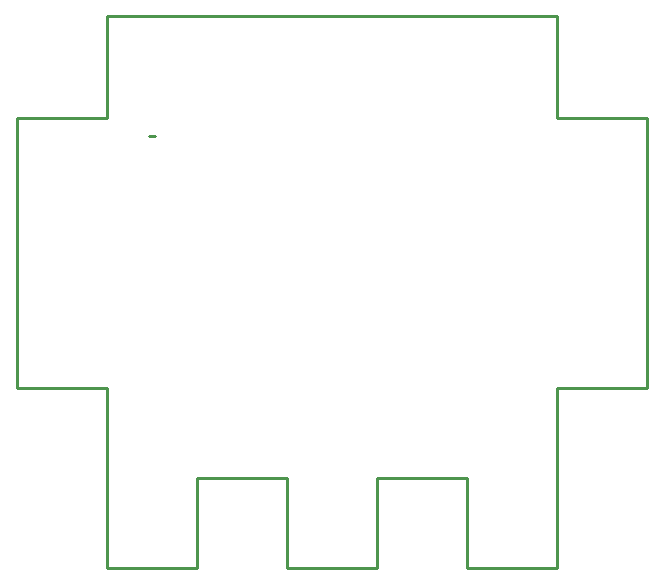
<source format=gbr>
G04 start of page 4 for group 6 idx 6 *
G04 Title: (unknown), outline *
G04 Creator: pcb 20110918 *
G04 CreationDate: mer. 09 avril 2014 15:18:50 GMT UTC *
G04 For: virtualabs *
G04 Format: Gerber/RS-274X *
G04 PCB-Dimensions: 600000 500000 *
G04 PCB-Coordinate-Origin: lower left *
%MOIN*%
%FSLAX25Y25*%
%LNOUTLINE*%
%ADD56C,0.0100*%
G54D56*X160000Y454000D02*X310000D01*
X160000Y420000D02*Y454000D01*
X174000Y414000D02*X176000D01*
X160000Y330000D02*X130000D01*
Y420000D02*X160000D01*
X130000Y330000D02*Y420000D01*
X310000Y454000D02*Y420000D01*
X340000D01*
Y330000D01*
X310000D01*
Y270000D01*
X280000D01*
Y300000D01*
X220000D02*X190000D01*
Y270000D01*
X160000D01*
X280000Y300000D02*X250000D01*
Y270000D01*
X220000D01*
Y300000D01*
X160000Y270000D02*Y330000D01*
M02*

</source>
